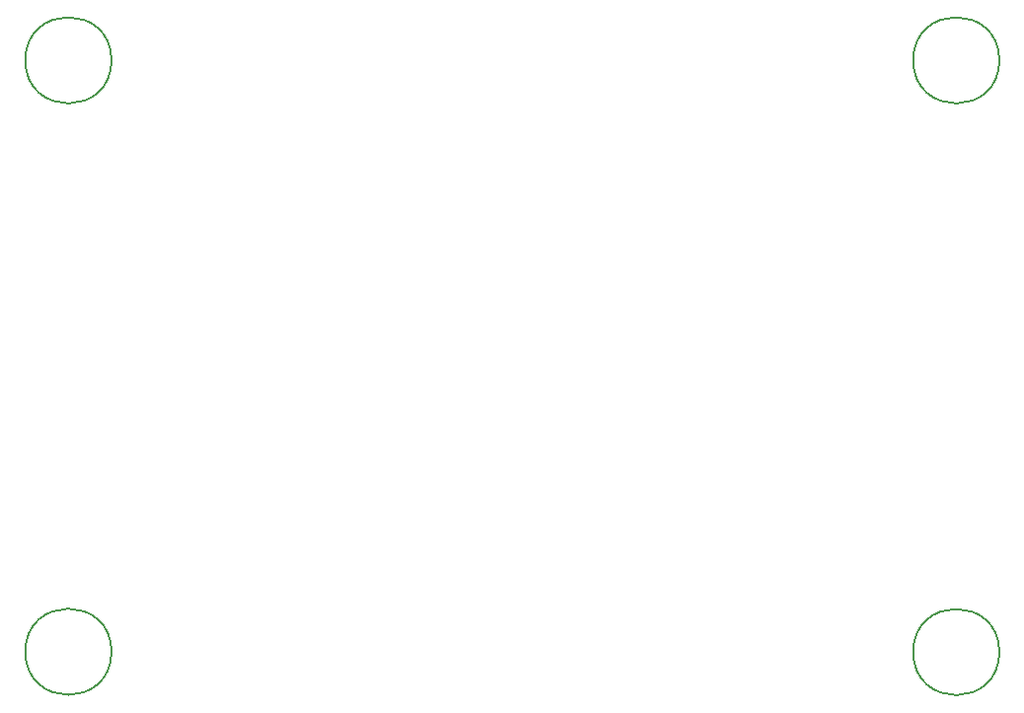
<source format=gbr>
%TF.GenerationSoftware,KiCad,Pcbnew,8.0.7*%
%TF.CreationDate,2024-12-30T21:46:30-05:00*%
%TF.ProjectId,Pi_Zero_W_2,50695f5a-6572-46f5-9f57-5f322e6b6963,v1*%
%TF.SameCoordinates,Original*%
%TF.FileFunction,Other,Comment*%
%FSLAX46Y46*%
G04 Gerber Fmt 4.6, Leading zero omitted, Abs format (unit mm)*
G04 Created by KiCad (PCBNEW 8.0.7) date 2024-12-30 21:46:30*
%MOMM*%
%LPD*%
G01*
G04 APERTURE LIST*
%ADD10C,0.150000*%
G04 APERTURE END LIST*
D10*
%TO.C,H2*%
X11781600Y14825900D02*
G75*
G02*
X4381600Y14825900I-3700000J0D01*
G01*
X4381600Y14825900D02*
G75*
G02*
X11781600Y14825900I3700000J0D01*
G01*
%TO.C,H3*%
X-64418400Y65625900D02*
G75*
G02*
X-71818400Y65625900I-3700000J0D01*
G01*
X-71818400Y65625900D02*
G75*
G02*
X-64418400Y65625900I3700000J0D01*
G01*
%TO.C,H4*%
X11781600Y65625900D02*
G75*
G02*
X4381600Y65625900I-3700000J0D01*
G01*
X4381600Y65625900D02*
G75*
G02*
X11781600Y65625900I3700000J0D01*
G01*
%TO.C,H1*%
X-64418400Y14850900D02*
G75*
G02*
X-71818400Y14850900I-3700000J0D01*
G01*
X-71818400Y14850900D02*
G75*
G02*
X-64418400Y14850900I3700000J0D01*
G01*
%TD*%
M02*

</source>
